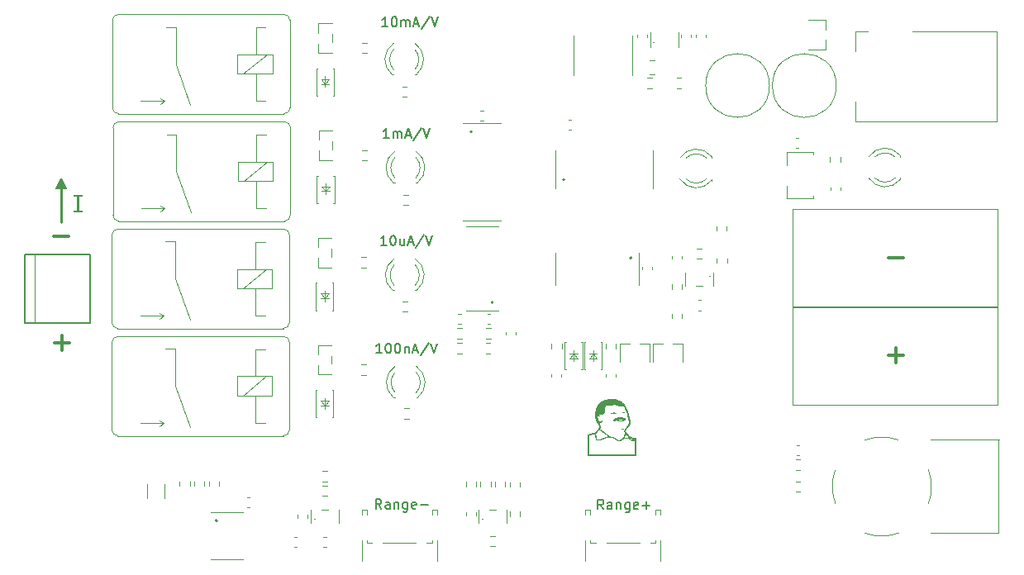
<source format=gbr>
%TF.GenerationSoftware,KiCad,Pcbnew,9.0.4*%
%TF.CreationDate,2025-09-16T16:31:37+02:00*%
%TF.ProjectId,PCB,5043422e-6b69-4636-9164-5f7063625858,rev?*%
%TF.SameCoordinates,Original*%
%TF.FileFunction,Legend,Top*%
%TF.FilePolarity,Positive*%
%FSLAX46Y46*%
G04 Gerber Fmt 4.6, Leading zero omitted, Abs format (unit mm)*
G04 Created by KiCad (PCBNEW 9.0.4) date 2025-09-16 16:31:37*
%MOMM*%
%LPD*%
G01*
G04 APERTURE LIST*
%ADD10C,0.300000*%
%ADD11C,0.150000*%
%ADD12C,0.250000*%
%ADD13C,0.000000*%
%ADD14C,0.120000*%
%ADD15C,0.100000*%
%ADD16C,0.201421*%
%ADD17C,0.127000*%
G04 APERTURE END LIST*
D10*
X211673558Y-90877733D02*
X213197368Y-90877733D01*
X211673558Y-100877733D02*
X213197368Y-100877733D01*
X212435463Y-101639638D02*
X212435463Y-100115828D01*
D11*
X126600000Y-83400000D02*
X126900000Y-82800000D01*
X127400000Y-83700000D02*
X126400000Y-83700000D01*
X126500000Y-83600000D02*
X127300000Y-83600000D01*
X126500000Y-83500000D02*
X127200000Y-83500000D01*
X126800000Y-83000000D02*
X127000000Y-83300000D01*
X126700000Y-83300000D02*
X126800000Y-83300000D01*
D12*
X126900000Y-87200000D02*
X126900000Y-83000000D01*
D11*
X126400000Y-83700000D02*
X126900000Y-82700000D01*
X126900000Y-82700000D02*
X127400000Y-83700000D01*
X126900000Y-82700000D02*
X126400000Y-83700000D01*
X127200000Y-83400000D02*
X126900000Y-83000000D01*
X126800000Y-83000000D02*
X126800000Y-83200000D01*
X126600000Y-83400000D02*
X127100000Y-83400000D01*
D10*
X126223558Y-99577733D02*
X127747368Y-99577733D01*
X126985463Y-100339638D02*
X126985463Y-98815828D01*
X126173558Y-88627733D02*
X127697368Y-88627733D01*
D11*
X160226190Y-89569819D02*
X159654762Y-89569819D01*
X159940476Y-89569819D02*
X159940476Y-88569819D01*
X159940476Y-88569819D02*
X159845238Y-88712676D01*
X159845238Y-88712676D02*
X159750000Y-88807914D01*
X159750000Y-88807914D02*
X159654762Y-88855533D01*
X160845238Y-88569819D02*
X160940476Y-88569819D01*
X160940476Y-88569819D02*
X161035714Y-88617438D01*
X161035714Y-88617438D02*
X161083333Y-88665057D01*
X161083333Y-88665057D02*
X161130952Y-88760295D01*
X161130952Y-88760295D02*
X161178571Y-88950771D01*
X161178571Y-88950771D02*
X161178571Y-89188866D01*
X161178571Y-89188866D02*
X161130952Y-89379342D01*
X161130952Y-89379342D02*
X161083333Y-89474580D01*
X161083333Y-89474580D02*
X161035714Y-89522200D01*
X161035714Y-89522200D02*
X160940476Y-89569819D01*
X160940476Y-89569819D02*
X160845238Y-89569819D01*
X160845238Y-89569819D02*
X160750000Y-89522200D01*
X160750000Y-89522200D02*
X160702381Y-89474580D01*
X160702381Y-89474580D02*
X160654762Y-89379342D01*
X160654762Y-89379342D02*
X160607143Y-89188866D01*
X160607143Y-89188866D02*
X160607143Y-88950771D01*
X160607143Y-88950771D02*
X160654762Y-88760295D01*
X160654762Y-88760295D02*
X160702381Y-88665057D01*
X160702381Y-88665057D02*
X160750000Y-88617438D01*
X160750000Y-88617438D02*
X160845238Y-88569819D01*
X162035714Y-88903152D02*
X162035714Y-89569819D01*
X161607143Y-88903152D02*
X161607143Y-89426961D01*
X161607143Y-89426961D02*
X161654762Y-89522200D01*
X161654762Y-89522200D02*
X161750000Y-89569819D01*
X161750000Y-89569819D02*
X161892857Y-89569819D01*
X161892857Y-89569819D02*
X161988095Y-89522200D01*
X161988095Y-89522200D02*
X162035714Y-89474580D01*
X162464286Y-89284104D02*
X162940476Y-89284104D01*
X162369048Y-89569819D02*
X162702381Y-88569819D01*
X162702381Y-88569819D02*
X163035714Y-89569819D01*
X164083333Y-88522200D02*
X163226191Y-89807914D01*
X164273810Y-88569819D02*
X164607143Y-89569819D01*
X164607143Y-89569819D02*
X164940476Y-88569819D01*
X159749999Y-100619819D02*
X159178571Y-100619819D01*
X159464285Y-100619819D02*
X159464285Y-99619819D01*
X159464285Y-99619819D02*
X159369047Y-99762676D01*
X159369047Y-99762676D02*
X159273809Y-99857914D01*
X159273809Y-99857914D02*
X159178571Y-99905533D01*
X160369047Y-99619819D02*
X160464285Y-99619819D01*
X160464285Y-99619819D02*
X160559523Y-99667438D01*
X160559523Y-99667438D02*
X160607142Y-99715057D01*
X160607142Y-99715057D02*
X160654761Y-99810295D01*
X160654761Y-99810295D02*
X160702380Y-100000771D01*
X160702380Y-100000771D02*
X160702380Y-100238866D01*
X160702380Y-100238866D02*
X160654761Y-100429342D01*
X160654761Y-100429342D02*
X160607142Y-100524580D01*
X160607142Y-100524580D02*
X160559523Y-100572200D01*
X160559523Y-100572200D02*
X160464285Y-100619819D01*
X160464285Y-100619819D02*
X160369047Y-100619819D01*
X160369047Y-100619819D02*
X160273809Y-100572200D01*
X160273809Y-100572200D02*
X160226190Y-100524580D01*
X160226190Y-100524580D02*
X160178571Y-100429342D01*
X160178571Y-100429342D02*
X160130952Y-100238866D01*
X160130952Y-100238866D02*
X160130952Y-100000771D01*
X160130952Y-100000771D02*
X160178571Y-99810295D01*
X160178571Y-99810295D02*
X160226190Y-99715057D01*
X160226190Y-99715057D02*
X160273809Y-99667438D01*
X160273809Y-99667438D02*
X160369047Y-99619819D01*
X161321428Y-99619819D02*
X161416666Y-99619819D01*
X161416666Y-99619819D02*
X161511904Y-99667438D01*
X161511904Y-99667438D02*
X161559523Y-99715057D01*
X161559523Y-99715057D02*
X161607142Y-99810295D01*
X161607142Y-99810295D02*
X161654761Y-100000771D01*
X161654761Y-100000771D02*
X161654761Y-100238866D01*
X161654761Y-100238866D02*
X161607142Y-100429342D01*
X161607142Y-100429342D02*
X161559523Y-100524580D01*
X161559523Y-100524580D02*
X161511904Y-100572200D01*
X161511904Y-100572200D02*
X161416666Y-100619819D01*
X161416666Y-100619819D02*
X161321428Y-100619819D01*
X161321428Y-100619819D02*
X161226190Y-100572200D01*
X161226190Y-100572200D02*
X161178571Y-100524580D01*
X161178571Y-100524580D02*
X161130952Y-100429342D01*
X161130952Y-100429342D02*
X161083333Y-100238866D01*
X161083333Y-100238866D02*
X161083333Y-100000771D01*
X161083333Y-100000771D02*
X161130952Y-99810295D01*
X161130952Y-99810295D02*
X161178571Y-99715057D01*
X161178571Y-99715057D02*
X161226190Y-99667438D01*
X161226190Y-99667438D02*
X161321428Y-99619819D01*
X162083333Y-99953152D02*
X162083333Y-100619819D01*
X162083333Y-100048390D02*
X162130952Y-100000771D01*
X162130952Y-100000771D02*
X162226190Y-99953152D01*
X162226190Y-99953152D02*
X162369047Y-99953152D01*
X162369047Y-99953152D02*
X162464285Y-100000771D01*
X162464285Y-100000771D02*
X162511904Y-100096009D01*
X162511904Y-100096009D02*
X162511904Y-100619819D01*
X162940476Y-100334104D02*
X163416666Y-100334104D01*
X162845238Y-100619819D02*
X163178571Y-99619819D01*
X163178571Y-99619819D02*
X163511904Y-100619819D01*
X164559523Y-99572200D02*
X163702381Y-100857914D01*
X164750000Y-99619819D02*
X165083333Y-100619819D01*
X165083333Y-100619819D02*
X165416666Y-99619819D01*
X160488095Y-78569819D02*
X159916667Y-78569819D01*
X160202381Y-78569819D02*
X160202381Y-77569819D01*
X160202381Y-77569819D02*
X160107143Y-77712676D01*
X160107143Y-77712676D02*
X160011905Y-77807914D01*
X160011905Y-77807914D02*
X159916667Y-77855533D01*
X160916667Y-78569819D02*
X160916667Y-77903152D01*
X160916667Y-77998390D02*
X160964286Y-77950771D01*
X160964286Y-77950771D02*
X161059524Y-77903152D01*
X161059524Y-77903152D02*
X161202381Y-77903152D01*
X161202381Y-77903152D02*
X161297619Y-77950771D01*
X161297619Y-77950771D02*
X161345238Y-78046009D01*
X161345238Y-78046009D02*
X161345238Y-78569819D01*
X161345238Y-78046009D02*
X161392857Y-77950771D01*
X161392857Y-77950771D02*
X161488095Y-77903152D01*
X161488095Y-77903152D02*
X161630952Y-77903152D01*
X161630952Y-77903152D02*
X161726191Y-77950771D01*
X161726191Y-77950771D02*
X161773810Y-78046009D01*
X161773810Y-78046009D02*
X161773810Y-78569819D01*
X162202381Y-78284104D02*
X162678571Y-78284104D01*
X162107143Y-78569819D02*
X162440476Y-77569819D01*
X162440476Y-77569819D02*
X162773809Y-78569819D01*
X163821428Y-77522200D02*
X162964286Y-78807914D01*
X164011905Y-77569819D02*
X164345238Y-78569819D01*
X164345238Y-78569819D02*
X164678571Y-77569819D01*
X182458207Y-116619819D02*
X182124874Y-116143628D01*
X181886779Y-116619819D02*
X181886779Y-115619819D01*
X181886779Y-115619819D02*
X182267731Y-115619819D01*
X182267731Y-115619819D02*
X182362969Y-115667438D01*
X182362969Y-115667438D02*
X182410588Y-115715057D01*
X182410588Y-115715057D02*
X182458207Y-115810295D01*
X182458207Y-115810295D02*
X182458207Y-115953152D01*
X182458207Y-115953152D02*
X182410588Y-116048390D01*
X182410588Y-116048390D02*
X182362969Y-116096009D01*
X182362969Y-116096009D02*
X182267731Y-116143628D01*
X182267731Y-116143628D02*
X181886779Y-116143628D01*
X183315350Y-116619819D02*
X183315350Y-116096009D01*
X183315350Y-116096009D02*
X183267731Y-116000771D01*
X183267731Y-116000771D02*
X183172493Y-115953152D01*
X183172493Y-115953152D02*
X182982017Y-115953152D01*
X182982017Y-115953152D02*
X182886779Y-116000771D01*
X183315350Y-116572200D02*
X183220112Y-116619819D01*
X183220112Y-116619819D02*
X182982017Y-116619819D01*
X182982017Y-116619819D02*
X182886779Y-116572200D01*
X182886779Y-116572200D02*
X182839160Y-116476961D01*
X182839160Y-116476961D02*
X182839160Y-116381723D01*
X182839160Y-116381723D02*
X182886779Y-116286485D01*
X182886779Y-116286485D02*
X182982017Y-116238866D01*
X182982017Y-116238866D02*
X183220112Y-116238866D01*
X183220112Y-116238866D02*
X183315350Y-116191247D01*
X183791541Y-115953152D02*
X183791541Y-116619819D01*
X183791541Y-116048390D02*
X183839160Y-116000771D01*
X183839160Y-116000771D02*
X183934398Y-115953152D01*
X183934398Y-115953152D02*
X184077255Y-115953152D01*
X184077255Y-115953152D02*
X184172493Y-116000771D01*
X184172493Y-116000771D02*
X184220112Y-116096009D01*
X184220112Y-116096009D02*
X184220112Y-116619819D01*
X185124874Y-115953152D02*
X185124874Y-116762676D01*
X185124874Y-116762676D02*
X185077255Y-116857914D01*
X185077255Y-116857914D02*
X185029636Y-116905533D01*
X185029636Y-116905533D02*
X184934398Y-116953152D01*
X184934398Y-116953152D02*
X184791541Y-116953152D01*
X184791541Y-116953152D02*
X184696303Y-116905533D01*
X185124874Y-116572200D02*
X185029636Y-116619819D01*
X185029636Y-116619819D02*
X184839160Y-116619819D01*
X184839160Y-116619819D02*
X184743922Y-116572200D01*
X184743922Y-116572200D02*
X184696303Y-116524580D01*
X184696303Y-116524580D02*
X184648684Y-116429342D01*
X184648684Y-116429342D02*
X184648684Y-116143628D01*
X184648684Y-116143628D02*
X184696303Y-116048390D01*
X184696303Y-116048390D02*
X184743922Y-116000771D01*
X184743922Y-116000771D02*
X184839160Y-115953152D01*
X184839160Y-115953152D02*
X185029636Y-115953152D01*
X185029636Y-115953152D02*
X185124874Y-116000771D01*
X185982017Y-116572200D02*
X185886779Y-116619819D01*
X185886779Y-116619819D02*
X185696303Y-116619819D01*
X185696303Y-116619819D02*
X185601065Y-116572200D01*
X185601065Y-116572200D02*
X185553446Y-116476961D01*
X185553446Y-116476961D02*
X185553446Y-116096009D01*
X185553446Y-116096009D02*
X185601065Y-116000771D01*
X185601065Y-116000771D02*
X185696303Y-115953152D01*
X185696303Y-115953152D02*
X185886779Y-115953152D01*
X185886779Y-115953152D02*
X185982017Y-116000771D01*
X185982017Y-116000771D02*
X186029636Y-116096009D01*
X186029636Y-116096009D02*
X186029636Y-116191247D01*
X186029636Y-116191247D02*
X185553446Y-116286485D01*
X186458208Y-116238866D02*
X187220113Y-116238866D01*
X186839160Y-116619819D02*
X186839160Y-115857914D01*
D12*
G36*
X129130874Y-86194000D02*
G01*
X128176641Y-86194000D01*
X128176641Y-86042764D01*
X128539452Y-86018145D01*
X128539452Y-84569101D01*
X128176641Y-84544481D01*
X128176641Y-84393246D01*
X129130874Y-84393246D01*
X129130874Y-84544481D01*
X128769382Y-84569101D01*
X128769382Y-86018145D01*
X129130874Y-86042764D01*
X129130874Y-86194000D01*
G37*
D11*
X159708207Y-116569819D02*
X159374874Y-116093628D01*
X159136779Y-116569819D02*
X159136779Y-115569819D01*
X159136779Y-115569819D02*
X159517731Y-115569819D01*
X159517731Y-115569819D02*
X159612969Y-115617438D01*
X159612969Y-115617438D02*
X159660588Y-115665057D01*
X159660588Y-115665057D02*
X159708207Y-115760295D01*
X159708207Y-115760295D02*
X159708207Y-115903152D01*
X159708207Y-115903152D02*
X159660588Y-115998390D01*
X159660588Y-115998390D02*
X159612969Y-116046009D01*
X159612969Y-116046009D02*
X159517731Y-116093628D01*
X159517731Y-116093628D02*
X159136779Y-116093628D01*
X160565350Y-116569819D02*
X160565350Y-116046009D01*
X160565350Y-116046009D02*
X160517731Y-115950771D01*
X160517731Y-115950771D02*
X160422493Y-115903152D01*
X160422493Y-115903152D02*
X160232017Y-115903152D01*
X160232017Y-115903152D02*
X160136779Y-115950771D01*
X160565350Y-116522200D02*
X160470112Y-116569819D01*
X160470112Y-116569819D02*
X160232017Y-116569819D01*
X160232017Y-116569819D02*
X160136779Y-116522200D01*
X160136779Y-116522200D02*
X160089160Y-116426961D01*
X160089160Y-116426961D02*
X160089160Y-116331723D01*
X160089160Y-116331723D02*
X160136779Y-116236485D01*
X160136779Y-116236485D02*
X160232017Y-116188866D01*
X160232017Y-116188866D02*
X160470112Y-116188866D01*
X160470112Y-116188866D02*
X160565350Y-116141247D01*
X161041541Y-115903152D02*
X161041541Y-116569819D01*
X161041541Y-115998390D02*
X161089160Y-115950771D01*
X161089160Y-115950771D02*
X161184398Y-115903152D01*
X161184398Y-115903152D02*
X161327255Y-115903152D01*
X161327255Y-115903152D02*
X161422493Y-115950771D01*
X161422493Y-115950771D02*
X161470112Y-116046009D01*
X161470112Y-116046009D02*
X161470112Y-116569819D01*
X162374874Y-115903152D02*
X162374874Y-116712676D01*
X162374874Y-116712676D02*
X162327255Y-116807914D01*
X162327255Y-116807914D02*
X162279636Y-116855533D01*
X162279636Y-116855533D02*
X162184398Y-116903152D01*
X162184398Y-116903152D02*
X162041541Y-116903152D01*
X162041541Y-116903152D02*
X161946303Y-116855533D01*
X162374874Y-116522200D02*
X162279636Y-116569819D01*
X162279636Y-116569819D02*
X162089160Y-116569819D01*
X162089160Y-116569819D02*
X161993922Y-116522200D01*
X161993922Y-116522200D02*
X161946303Y-116474580D01*
X161946303Y-116474580D02*
X161898684Y-116379342D01*
X161898684Y-116379342D02*
X161898684Y-116093628D01*
X161898684Y-116093628D02*
X161946303Y-115998390D01*
X161946303Y-115998390D02*
X161993922Y-115950771D01*
X161993922Y-115950771D02*
X162089160Y-115903152D01*
X162089160Y-115903152D02*
X162279636Y-115903152D01*
X162279636Y-115903152D02*
X162374874Y-115950771D01*
X163232017Y-116522200D02*
X163136779Y-116569819D01*
X163136779Y-116569819D02*
X162946303Y-116569819D01*
X162946303Y-116569819D02*
X162851065Y-116522200D01*
X162851065Y-116522200D02*
X162803446Y-116426961D01*
X162803446Y-116426961D02*
X162803446Y-116046009D01*
X162803446Y-116046009D02*
X162851065Y-115950771D01*
X162851065Y-115950771D02*
X162946303Y-115903152D01*
X162946303Y-115903152D02*
X163136779Y-115903152D01*
X163136779Y-115903152D02*
X163232017Y-115950771D01*
X163232017Y-115950771D02*
X163279636Y-116046009D01*
X163279636Y-116046009D02*
X163279636Y-116141247D01*
X163279636Y-116141247D02*
X162803446Y-116236485D01*
X163708208Y-116188866D02*
X164470113Y-116188866D01*
X160360588Y-67169819D02*
X159789160Y-67169819D01*
X160074874Y-67169819D02*
X160074874Y-66169819D01*
X160074874Y-66169819D02*
X159979636Y-66312676D01*
X159979636Y-66312676D02*
X159884398Y-66407914D01*
X159884398Y-66407914D02*
X159789160Y-66455533D01*
X160979636Y-66169819D02*
X161074874Y-66169819D01*
X161074874Y-66169819D02*
X161170112Y-66217438D01*
X161170112Y-66217438D02*
X161217731Y-66265057D01*
X161217731Y-66265057D02*
X161265350Y-66360295D01*
X161265350Y-66360295D02*
X161312969Y-66550771D01*
X161312969Y-66550771D02*
X161312969Y-66788866D01*
X161312969Y-66788866D02*
X161265350Y-66979342D01*
X161265350Y-66979342D02*
X161217731Y-67074580D01*
X161217731Y-67074580D02*
X161170112Y-67122200D01*
X161170112Y-67122200D02*
X161074874Y-67169819D01*
X161074874Y-67169819D02*
X160979636Y-67169819D01*
X160979636Y-67169819D02*
X160884398Y-67122200D01*
X160884398Y-67122200D02*
X160836779Y-67074580D01*
X160836779Y-67074580D02*
X160789160Y-66979342D01*
X160789160Y-66979342D02*
X160741541Y-66788866D01*
X160741541Y-66788866D02*
X160741541Y-66550771D01*
X160741541Y-66550771D02*
X160789160Y-66360295D01*
X160789160Y-66360295D02*
X160836779Y-66265057D01*
X160836779Y-66265057D02*
X160884398Y-66217438D01*
X160884398Y-66217438D02*
X160979636Y-66169819D01*
X161741541Y-67169819D02*
X161741541Y-66503152D01*
X161741541Y-66598390D02*
X161789160Y-66550771D01*
X161789160Y-66550771D02*
X161884398Y-66503152D01*
X161884398Y-66503152D02*
X162027255Y-66503152D01*
X162027255Y-66503152D02*
X162122493Y-66550771D01*
X162122493Y-66550771D02*
X162170112Y-66646009D01*
X162170112Y-66646009D02*
X162170112Y-67169819D01*
X162170112Y-66646009D02*
X162217731Y-66550771D01*
X162217731Y-66550771D02*
X162312969Y-66503152D01*
X162312969Y-66503152D02*
X162455826Y-66503152D01*
X162455826Y-66503152D02*
X162551065Y-66550771D01*
X162551065Y-66550771D02*
X162598684Y-66646009D01*
X162598684Y-66646009D02*
X162598684Y-67169819D01*
X163027255Y-66884104D02*
X163503445Y-66884104D01*
X162932017Y-67169819D02*
X163265350Y-66169819D01*
X163265350Y-66169819D02*
X163598683Y-67169819D01*
X164646302Y-66122200D02*
X163789160Y-67407914D01*
X164836779Y-66169819D02*
X165170112Y-67169819D01*
X165170112Y-67169819D02*
X165503445Y-66169819D01*
D13*
%TO.C,G\u002A\u002A\u002A*%
G36*
X180110633Y-111173312D02*
G01*
X180108579Y-111182455D01*
X180099120Y-111198953D01*
X180093004Y-111196190D01*
X180092385Y-111189616D01*
X180100898Y-111173722D01*
X180103972Y-111171425D01*
X180110633Y-111173312D01*
G37*
G36*
X183591005Y-105330197D02*
G01*
X183694062Y-105340384D01*
X183790104Y-105357154D01*
X183884509Y-105381468D01*
X183982654Y-105414284D01*
X184089918Y-105456564D01*
X184101061Y-105461227D01*
X184173192Y-105492018D01*
X184229116Y-105517566D01*
X184274460Y-105541158D01*
X184314852Y-105566079D01*
X184355919Y-105595616D01*
X184403291Y-105633055D01*
X184423396Y-105649448D01*
X184502582Y-105717712D01*
X184565392Y-105780856D01*
X184616200Y-105844672D01*
X184659376Y-105914953D01*
X184699293Y-105997492D01*
X184716228Y-106037425D01*
X184736960Y-106084371D01*
X184758859Y-106128528D01*
X184777154Y-106160289D01*
X184794131Y-106187918D01*
X184803617Y-106207506D01*
X184804337Y-106210802D01*
X184809098Y-106225023D01*
X184821861Y-106255065D01*
X184840347Y-106295683D01*
X184851222Y-106318735D01*
X184871762Y-106362849D01*
X184887729Y-106399193D01*
X184896838Y-106422465D01*
X184898108Y-106427572D01*
X184905966Y-106442617D01*
X184921336Y-106459196D01*
X184935097Y-106479700D01*
X184951806Y-106516296D01*
X184968584Y-106562374D01*
X184974427Y-106581156D01*
X184989793Y-106630344D01*
X185004867Y-106673966D01*
X185017108Y-106704810D01*
X185020332Y-106711398D01*
X185030504Y-106736740D01*
X185043982Y-106779813D01*
X185059397Y-106835377D01*
X185075380Y-106898190D01*
X185090564Y-106963012D01*
X185103579Y-107024602D01*
X185107559Y-107045454D01*
X185117245Y-107091301D01*
X185131070Y-107148475D01*
X185146325Y-107205884D01*
X185149022Y-107215413D01*
X185170701Y-107301280D01*
X185189333Y-107394784D01*
X185204386Y-107491109D01*
X185215329Y-107585441D01*
X185221629Y-107672967D01*
X185222756Y-107748872D01*
X185218179Y-107808342D01*
X185215879Y-107821033D01*
X185198603Y-107880029D01*
X185171191Y-107947969D01*
X185136424Y-108019940D01*
X185097081Y-108091026D01*
X185055940Y-108156315D01*
X185015782Y-108210893D01*
X184979387Y-108249846D01*
X184968333Y-108258679D01*
X184945733Y-108280431D01*
X184915432Y-108317132D01*
X184881220Y-108363297D01*
X184846889Y-108413442D01*
X184816229Y-108462083D01*
X184793031Y-108503737D01*
X184782837Y-108527014D01*
X184771154Y-108582846D01*
X184772104Y-108638955D01*
X184784333Y-108689673D01*
X184806487Y-108729329D01*
X184836564Y-108752011D01*
X184881627Y-108777444D01*
X184929578Y-108818043D01*
X184973862Y-108867521D01*
X185004358Y-108912988D01*
X185034453Y-108963363D01*
X185068996Y-109015613D01*
X185105069Y-109065945D01*
X185139755Y-109110567D01*
X185170138Y-109145686D01*
X185193301Y-109167507D01*
X185204193Y-109172865D01*
X185219344Y-109177504D01*
X185249199Y-109189673D01*
X185287332Y-109206750D01*
X185287809Y-109206972D01*
X185403832Y-109252520D01*
X185513883Y-109278797D01*
X185615508Y-109285262D01*
X185636432Y-109283976D01*
X185685496Y-109278878D01*
X185730492Y-109272704D01*
X185761906Y-109266767D01*
X185762551Y-109266603D01*
X185800646Y-109256804D01*
X185800646Y-110228725D01*
X185800646Y-111200646D01*
X183320751Y-111200646D01*
X180840856Y-111200646D01*
X180843308Y-111024827D01*
X181017013Y-111024827D01*
X181067505Y-111026501D01*
X181139312Y-111028555D01*
X181222977Y-111030400D01*
X181315746Y-111032024D01*
X181414866Y-111033413D01*
X181517584Y-111034552D01*
X181621145Y-111035430D01*
X181722797Y-111036033D01*
X181819785Y-111036347D01*
X181909357Y-111036358D01*
X181988757Y-111036054D01*
X182055234Y-111035422D01*
X182106033Y-111034447D01*
X182138400Y-111033116D01*
X182149252Y-111031753D01*
X182166614Y-111029401D01*
X182205562Y-111027808D01*
X182264252Y-111026976D01*
X182340841Y-111026908D01*
X182433485Y-111027604D01*
X182540339Y-111029067D01*
X182659127Y-111031288D01*
X182727782Y-111032473D01*
X182813724Y-111033537D01*
X182915233Y-111034484D01*
X183030588Y-111035315D01*
X183158069Y-111036030D01*
X183295955Y-111036631D01*
X183442527Y-111037120D01*
X183596063Y-111037499D01*
X183754845Y-111037768D01*
X183917150Y-111037929D01*
X184081260Y-111037983D01*
X184245453Y-111037933D01*
X184408010Y-111037779D01*
X184567210Y-111037523D01*
X184721333Y-111037166D01*
X184868658Y-111036710D01*
X185007465Y-111036157D01*
X185136034Y-111035506D01*
X185252644Y-111034762D01*
X185355575Y-111033923D01*
X185443108Y-111032993D01*
X185513520Y-111031972D01*
X185565093Y-111030862D01*
X185596106Y-111029665D01*
X185604552Y-111028807D01*
X185610906Y-111025518D01*
X185615849Y-111017775D01*
X185619579Y-111002884D01*
X185622291Y-110978151D01*
X185624182Y-110940878D01*
X185625449Y-110888373D01*
X185626288Y-110817940D01*
X185626897Y-110726883D01*
X185626922Y-110722139D01*
X185627438Y-110626862D01*
X185627984Y-110526961D01*
X185628524Y-110428724D01*
X185629025Y-110338436D01*
X185629452Y-110262382D01*
X185629615Y-110233641D01*
X185629792Y-110131690D01*
X185629230Y-110028283D01*
X185628008Y-109926144D01*
X185626208Y-109827995D01*
X185623910Y-109736563D01*
X185621193Y-109654569D01*
X185618138Y-109584739D01*
X185614827Y-109529797D01*
X185611338Y-109492466D01*
X185607752Y-109475470D01*
X185607245Y-109474868D01*
X185588420Y-109465024D01*
X185577189Y-109470754D01*
X185572567Y-109494363D01*
X185573567Y-109538154D01*
X185574499Y-109551455D01*
X185575677Y-109608812D01*
X185567946Y-109646849D01*
X185549838Y-109668478D01*
X185519880Y-109676612D01*
X185511162Y-109676880D01*
X185490971Y-109671763D01*
X185456774Y-109658014D01*
X185413227Y-109638040D01*
X185364987Y-109614243D01*
X185316710Y-109589030D01*
X185273053Y-109564805D01*
X185238673Y-109543972D01*
X185218226Y-109528937D01*
X185214582Y-109523717D01*
X185205043Y-109514088D01*
X185196498Y-109512782D01*
X185179221Y-109505198D01*
X185151483Y-109485340D01*
X185120086Y-109458223D01*
X185061758Y-109403665D01*
X184889093Y-109412288D01*
X184779526Y-109417886D01*
X184690988Y-109422772D01*
X184621085Y-109427196D01*
X184567423Y-109431406D01*
X184527608Y-109435652D01*
X184499245Y-109440183D01*
X184479942Y-109445249D01*
X184467303Y-109451099D01*
X184459892Y-109456995D01*
X184431957Y-109481603D01*
X184389897Y-109514659D01*
X184339381Y-109552052D01*
X184286081Y-109589672D01*
X184235666Y-109623408D01*
X184198719Y-109646312D01*
X184157893Y-109668736D01*
X184122425Y-109683185D01*
X184088451Y-109689027D01*
X184052103Y-109685630D01*
X184009517Y-109672362D01*
X183956826Y-109648590D01*
X183890163Y-109613683D01*
X183844009Y-109588327D01*
X183762106Y-109541601D01*
X183698263Y-109501914D01*
X183649046Y-109466949D01*
X183611017Y-109434394D01*
X183601401Y-109424878D01*
X183568475Y-109393245D01*
X183537835Y-109370432D01*
X183504072Y-109354336D01*
X183461777Y-109342856D01*
X183405539Y-109333889D01*
X183350899Y-109327542D01*
X183280658Y-109316772D01*
X183222062Y-109299461D01*
X183176228Y-109278956D01*
X183140593Y-109262173D01*
X183109599Y-109251990D01*
X183078504Y-109248751D01*
X183042565Y-109252799D01*
X182997037Y-109264477D01*
X182937179Y-109284129D01*
X182893770Y-109299408D01*
X182852035Y-109313653D01*
X182797674Y-109331381D01*
X182740532Y-109349399D01*
X182723811Y-109354538D01*
X182670392Y-109370926D01*
X182619152Y-109386800D01*
X182578639Y-109399506D01*
X182568095Y-109402868D01*
X182534596Y-109412726D01*
X182509705Y-109418439D01*
X182504358Y-109419012D01*
X182489309Y-109423778D01*
X182457394Y-109436852D01*
X182412881Y-109456395D01*
X182360035Y-109480569D01*
X182343600Y-109488259D01*
X182282568Y-109516049D01*
X182222108Y-109541992D01*
X182168803Y-109563361D01*
X182129238Y-109577427D01*
X182126026Y-109578406D01*
X182072582Y-109590001D01*
X182009373Y-109597178D01*
X181942820Y-109599911D01*
X181879341Y-109598172D01*
X181825356Y-109591936D01*
X181787286Y-109581176D01*
X181784519Y-109579807D01*
X181749890Y-109551055D01*
X181716690Y-109504858D01*
X181688111Y-109447150D01*
X181667342Y-109383862D01*
X181660460Y-109349195D01*
X181652462Y-109302815D01*
X181640680Y-109243633D01*
X181627132Y-109181558D01*
X181620988Y-109155283D01*
X181608135Y-109099900D01*
X181596744Y-109047604D01*
X181588455Y-109006083D01*
X181585789Y-108990458D01*
X181578696Y-108942846D01*
X181465559Y-108957812D01*
X181411319Y-108965745D01*
X181361252Y-108974398D01*
X181323085Y-108982380D01*
X181311398Y-108985524D01*
X181272714Y-108996108D01*
X181228030Y-109006432D01*
X181217628Y-109008539D01*
X181166943Y-109020637D01*
X181116974Y-109036350D01*
X181072524Y-109053678D01*
X181038397Y-109070625D01*
X181019398Y-109085191D01*
X181017234Y-109091875D01*
X181021472Y-109108027D01*
X181025210Y-109125984D01*
X181028453Y-109147063D01*
X181031207Y-109172581D01*
X181033478Y-109203856D01*
X181035270Y-109242206D01*
X181036590Y-109288948D01*
X181037443Y-109345400D01*
X181037835Y-109412878D01*
X181037771Y-109492702D01*
X181037257Y-109586188D01*
X181036299Y-109694654D01*
X181034901Y-109819417D01*
X181033070Y-109961795D01*
X181030811Y-110123106D01*
X181028129Y-110304666D01*
X181025031Y-110507795D01*
X181023606Y-110599930D01*
X181017013Y-111024827D01*
X180843308Y-111024827D01*
X180848336Y-110664397D01*
X180851564Y-110418012D01*
X180854113Y-110190769D01*
X180855983Y-109983140D01*
X180857172Y-109795596D01*
X180857681Y-109628608D01*
X180857509Y-109482648D01*
X180856656Y-109358186D01*
X180855121Y-109255693D01*
X180852904Y-109175642D01*
X180850005Y-109118502D01*
X180849661Y-109113849D01*
X180839262Y-108978645D01*
X180884859Y-108959079D01*
X180915834Y-108947160D01*
X180961872Y-108931098D01*
X181015563Y-108913429D01*
X181047669Y-108903328D01*
X181112398Y-108882982D01*
X181688128Y-108882982D01*
X181704310Y-108972247D01*
X181716120Y-109031055D01*
X181730715Y-109095049D01*
X181743117Y-109143562D01*
X181756262Y-109198644D01*
X181767330Y-109258020D01*
X181772884Y-109299522D01*
X181785187Y-109366193D01*
X181806925Y-109420797D01*
X181836074Y-109459830D01*
X181870613Y-109479785D01*
X181877659Y-109481136D01*
X181933839Y-109483328D01*
X182001915Y-109478287D01*
X182071833Y-109467010D01*
X182108444Y-109458232D01*
X182144872Y-109446075D01*
X182195455Y-109426377D01*
X182253310Y-109401932D01*
X182307706Y-109377342D01*
X182367754Y-109350280D01*
X182428524Y-109324695D01*
X182482489Y-109303658D01*
X182518689Y-109291252D01*
X182566632Y-109276848D01*
X182626054Y-109259058D01*
X182685964Y-109241174D01*
X182700369Y-109236884D01*
X182765835Y-109217283D01*
X182814130Y-109202496D01*
X182850601Y-109190816D01*
X182880594Y-109180536D01*
X182905595Y-109171400D01*
X182923464Y-109164430D01*
X182931396Y-109157802D01*
X182927432Y-109148057D01*
X182909612Y-109131736D01*
X182875977Y-109105377D01*
X182862188Y-109094747D01*
X182831264Y-109070298D01*
X182803985Y-109047862D01*
X182780089Y-109027852D01*
X182747473Y-109000889D01*
X182729247Y-108985937D01*
X182698874Y-108960668D01*
X182674870Y-108939929D01*
X182666394Y-108932094D01*
X182649116Y-108918388D01*
X182619825Y-108898220D01*
X182600477Y-108885774D01*
X182569761Y-108865720D01*
X182548085Y-108850070D01*
X182542132Y-108844641D01*
X182530380Y-108835238D01*
X182503221Y-108816303D01*
X182465057Y-108790842D01*
X182432093Y-108769425D01*
X182387066Y-108739929D01*
X182348320Y-108713534D01*
X182320881Y-108693722D01*
X182311112Y-108685653D01*
X182293433Y-108671774D01*
X182285636Y-108668851D01*
X182271241Y-108661824D01*
X182253980Y-108648338D01*
X182233709Y-108632368D01*
X182200135Y-108608041D01*
X182159544Y-108579878D01*
X182147329Y-108571621D01*
X182108422Y-108544083D01*
X182077447Y-108519539D01*
X182059438Y-108502076D01*
X182057125Y-108498383D01*
X182047006Y-108498655D01*
X182025187Y-108513331D01*
X181995183Y-108538979D01*
X181960506Y-108572168D01*
X181924670Y-108609467D01*
X181891189Y-108647444D01*
X181863577Y-108682666D01*
X181853888Y-108696883D01*
X181831314Y-108727639D01*
X181798470Y-108766963D01*
X181761893Y-108807080D01*
X181756436Y-108812739D01*
X181688128Y-108882982D01*
X181112398Y-108882982D01*
X181112710Y-108882884D01*
X181184421Y-108859771D01*
X181250456Y-108837985D01*
X181270373Y-108831266D01*
X181326819Y-108813469D01*
X181384665Y-108797524D01*
X181433844Y-108786141D01*
X181446192Y-108783892D01*
X181529138Y-108761051D01*
X181599863Y-108720624D01*
X181661196Y-108660619D01*
X181700997Y-108604383D01*
X181759270Y-108528268D01*
X181827488Y-108461970D01*
X181871536Y-108420530D01*
X181915245Y-108374115D01*
X181954024Y-108328104D01*
X181983284Y-108287873D01*
X181996581Y-108263882D01*
X182008960Y-108221692D01*
X182014636Y-108177566D01*
X182014674Y-108174455D01*
X182011545Y-108131866D01*
X182003431Y-108084539D01*
X181992244Y-108040903D01*
X181979894Y-108009386D01*
X181975784Y-108002946D01*
X181964235Y-107984973D01*
X181946104Y-107953380D01*
X181927660Y-107919390D01*
X181902448Y-107874524D01*
X181870590Y-107821655D01*
X181838856Y-107772006D01*
X181837966Y-107770666D01*
X181800458Y-107707045D01*
X181797873Y-107701845D01*
X182002953Y-107701845D01*
X182008814Y-107707706D01*
X182014674Y-107701845D01*
X182008814Y-107695985D01*
X182002953Y-107701845D01*
X181797873Y-107701845D01*
X181760269Y-107626192D01*
X181719774Y-107533765D01*
X181681353Y-107435423D01*
X181647381Y-107336823D01*
X181626819Y-107268158D01*
X181611466Y-107194701D01*
X181605576Y-107146333D01*
X181875994Y-107146333D01*
X181876298Y-107178601D01*
X181878639Y-107201525D01*
X181887514Y-107252454D01*
X181901247Y-107305403D01*
X181908463Y-107326765D01*
X181924901Y-107373267D01*
X181940274Y-107421547D01*
X181945034Y-107438117D01*
X181959170Y-107473950D01*
X181983683Y-107509442D01*
X182022923Y-107550702D01*
X182029836Y-107557284D01*
X182083927Y-107601628D01*
X182132568Y-107628497D01*
X182173782Y-107637621D01*
X182205595Y-107628732D01*
X182226030Y-107601561D01*
X182230749Y-107584610D01*
X182245990Y-107542069D01*
X182270316Y-107516096D01*
X182299845Y-107508742D01*
X182330697Y-107522060D01*
X182337472Y-107528164D01*
X182350357Y-107549650D01*
X182352166Y-107581701D01*
X182350460Y-107596999D01*
X182337297Y-107656137D01*
X182314897Y-107697736D01*
X182280276Y-107726846D01*
X182270699Y-107732089D01*
X182209242Y-107751459D01*
X182138733Y-107750863D01*
X182078074Y-107737136D01*
X182045009Y-107727222D01*
X182022985Y-107720838D01*
X182017958Y-107719554D01*
X182022254Y-107728090D01*
X182036096Y-107749796D01*
X182044331Y-107762087D01*
X182062132Y-107791224D01*
X182072336Y-107813554D01*
X182073281Y-107818399D01*
X182079208Y-107835092D01*
X182094532Y-107864094D01*
X182110228Y-107890021D01*
X182144205Y-107958149D01*
X182170377Y-108040231D01*
X182186382Y-108127423D01*
X182190292Y-108190083D01*
X182187769Y-108243191D01*
X182177770Y-108286772D01*
X182157131Y-108334339D01*
X182155998Y-108336599D01*
X182137574Y-108373995D01*
X182130478Y-108397326D01*
X182136231Y-108413822D01*
X182156358Y-108430713D01*
X182179081Y-108446146D01*
X182204087Y-108464408D01*
X182218544Y-108476529D01*
X182239084Y-108491861D01*
X182259304Y-108503941D01*
X182277873Y-108515425D01*
X182309440Y-108536424D01*
X182349071Y-108563494D01*
X182391829Y-108593194D01*
X182432779Y-108622080D01*
X182466986Y-108646710D01*
X182489515Y-108663639D01*
X182495246Y-108668532D01*
X182508625Y-108677365D01*
X182534536Y-108691594D01*
X182542414Y-108695643D01*
X182579056Y-108718207D01*
X182615665Y-108746582D01*
X182620897Y-108751319D01*
X182646220Y-108772689D01*
X182665490Y-108784934D01*
X182669614Y-108786063D01*
X182681964Y-108793297D01*
X182709695Y-108813660D01*
X182750289Y-108845140D01*
X182801228Y-108885726D01*
X182859995Y-108933409D01*
X182924070Y-108986178D01*
X182990937Y-109042021D01*
X183005122Y-109053971D01*
X183028774Y-109069462D01*
X183064952Y-109088484D01*
X183093031Y-109101336D01*
X183128406Y-109117350D01*
X183154167Y-109130645D01*
X183163359Y-109137051D01*
X183186500Y-109154813D01*
X183228247Y-109173096D01*
X183283851Y-109190384D01*
X183348563Y-109205162D01*
X183405927Y-109214455D01*
X183493780Y-109230210D01*
X183570279Y-109252313D01*
X183632207Y-109279428D01*
X183676348Y-109310221D01*
X183695792Y-109334819D01*
X183716851Y-109364397D01*
X183737804Y-109383848D01*
X183767830Y-109406081D01*
X183787473Y-109421942D01*
X183810190Y-109437351D01*
X183825020Y-109442455D01*
X183844152Y-109449003D01*
X183861321Y-109459779D01*
X183885153Y-109475311D01*
X183921100Y-109495945D01*
X183963290Y-109518647D01*
X184005852Y-109540379D01*
X184042914Y-109558105D01*
X184068604Y-109568791D01*
X184075566Y-109570559D01*
X184092006Y-109564909D01*
X184122300Y-109549134D01*
X184160870Y-109526224D01*
X184175197Y-109517136D01*
X184214129Y-109491568D01*
X184245015Y-109470436D01*
X184262875Y-109457179D01*
X184265159Y-109454996D01*
X184277298Y-109444580D01*
X184302843Y-109425567D01*
X184329626Y-109406687D01*
X184369581Y-109376835D01*
X184382064Y-109366217D01*
X185207137Y-109366217D01*
X185211258Y-109374551D01*
X185230177Y-109391048D01*
X185261266Y-109413720D01*
X185301893Y-109440582D01*
X185349431Y-109469647D01*
X185372819Y-109483167D01*
X185443147Y-109523072D01*
X185446904Y-109487497D01*
X185447902Y-109460705D01*
X185445030Y-109446291D01*
X185431698Y-109440830D01*
X185401742Y-109431637D01*
X185361301Y-109420581D01*
X185355829Y-109419164D01*
X185312922Y-109407179D01*
X185278249Y-109395763D01*
X185258801Y-109387236D01*
X185258072Y-109386717D01*
X185235178Y-109373871D01*
X185220443Y-109368033D01*
X185207137Y-109366217D01*
X184382064Y-109366217D01*
X184407479Y-109344598D01*
X184438829Y-109314252D01*
X184444001Y-109308095D01*
X184596157Y-109308095D01*
X184607606Y-109312794D01*
X184635445Y-109309190D01*
X184637309Y-109308864D01*
X184664031Y-109305767D01*
X184709015Y-109302273D01*
X184767093Y-109298714D01*
X184833097Y-109295422D01*
X184872336Y-109293789D01*
X185063409Y-109286438D01*
X185021085Y-109243095D01*
X184998099Y-109215888D01*
X184967236Y-109174310D01*
X184932618Y-109124127D01*
X184899958Y-109073656D01*
X184861364Y-109014064D01*
X184830163Y-108971466D01*
X184803131Y-108941958D01*
X184777043Y-108921634D01*
X184771722Y-108918368D01*
X184722288Y-108889174D01*
X184722288Y-108927430D01*
X184718252Y-108955020D01*
X184707372Y-108998679D01*
X184691497Y-109052703D01*
X184672473Y-109111388D01*
X184652145Y-109169030D01*
X184632361Y-109219926D01*
X184615475Y-109257378D01*
X184599360Y-109290990D01*
X184596157Y-109308095D01*
X184444001Y-109308095D01*
X184459136Y-109290076D01*
X184464420Y-109278359D01*
X184471629Y-109262122D01*
X184479112Y-109252821D01*
X184496370Y-109227108D01*
X184516747Y-109185592D01*
X184537335Y-109135126D01*
X184555229Y-109082562D01*
X184562764Y-109055653D01*
X184574101Y-109013922D01*
X184585317Y-108977255D01*
X184590770Y-108961882D01*
X184612431Y-108885960D01*
X184620069Y-108807405D01*
X184612878Y-108735623D01*
X184610860Y-108727457D01*
X184594853Y-108626825D01*
X184601832Y-108530537D01*
X184616170Y-108477271D01*
X184635766Y-108432937D01*
X184666935Y-108376662D01*
X184705864Y-108314195D01*
X184748746Y-108251286D01*
X184791767Y-108193683D01*
X184831119Y-108147134D01*
X184843427Y-108134412D01*
X184903633Y-108066993D01*
X184957555Y-107988000D01*
X185004331Y-107901733D01*
X185025937Y-107855000D01*
X185038051Y-107817464D01*
X185043223Y-107778211D01*
X185044048Y-107731775D01*
X185038705Y-107608651D01*
X185023827Y-107478191D01*
X184998782Y-107336159D01*
X184962937Y-107178324D01*
X184959026Y-107162667D01*
X184942115Y-107094391D01*
X184924394Y-107021109D01*
X184908308Y-106953006D01*
X184899103Y-106912869D01*
X184883124Y-106849501D01*
X184862993Y-106780362D01*
X184842557Y-106718500D01*
X184838621Y-106707746D01*
X184821734Y-106666059D01*
X184796795Y-106608795D01*
X184766307Y-106541308D01*
X184732778Y-106468951D01*
X184698710Y-106397080D01*
X184666610Y-106331047D01*
X184638982Y-106276206D01*
X184620973Y-106242547D01*
X184607465Y-106216712D01*
X184588551Y-106178320D01*
X184570349Y-106139986D01*
X184552414Y-106103501D01*
X184537726Y-106077260D01*
X184529365Y-106066744D01*
X184529210Y-106066728D01*
X184515472Y-106072536D01*
X184491910Y-106086578D01*
X184490896Y-106087240D01*
X184473047Y-106096196D01*
X184448846Y-106102195D01*
X184413740Y-106105758D01*
X184363171Y-106107408D01*
X184312559Y-106107705D01*
X184231556Y-106106306D01*
X184164393Y-106101105D01*
X184104138Y-106090510D01*
X184043854Y-106072927D01*
X183976609Y-106046764D01*
X183901799Y-106013361D01*
X183800757Y-105969234D01*
X183714584Y-105937553D01*
X183639177Y-105917000D01*
X183570430Y-105906255D01*
X183567522Y-105905989D01*
X183530020Y-105904396D01*
X183504935Y-105910254D01*
X183481593Y-105926947D01*
X183471303Y-105936507D01*
X183448298Y-105957490D01*
X183426041Y-105974228D01*
X183401548Y-105987287D01*
X183371836Y-105997232D01*
X183333920Y-106004626D01*
X183284816Y-106010036D01*
X183221540Y-106014025D01*
X183141109Y-106017159D01*
X183040538Y-106020003D01*
X183028564Y-106020311D01*
X182945026Y-106022501D01*
X182869562Y-106024583D01*
X182805225Y-106026463D01*
X182755067Y-106028049D01*
X182722140Y-106029249D01*
X182709497Y-106029970D01*
X182709461Y-106029985D01*
X182699955Y-106043749D01*
X182685606Y-106073439D01*
X182669127Y-106112791D01*
X182653228Y-106155539D01*
X182646833Y-106174691D01*
X182637497Y-106208654D01*
X182630982Y-106245675D01*
X182626829Y-106290799D01*
X182624580Y-106349072D01*
X182623776Y-106425542D01*
X182623769Y-106428684D01*
X182622542Y-106503926D01*
X182619445Y-106574320D01*
X182614841Y-106633991D01*
X182609095Y-106677062D01*
X182608078Y-106682095D01*
X182591585Y-106741187D01*
X182569757Y-106795837D01*
X182545195Y-106841035D01*
X182520500Y-106871768D01*
X182504279Y-106882070D01*
X182480611Y-106892788D01*
X182470714Y-106901162D01*
X182450603Y-106914290D01*
X182410783Y-106925354D01*
X182354930Y-106933918D01*
X182286722Y-106939547D01*
X182209835Y-106941804D01*
X182137748Y-106940649D01*
X182071810Y-106938630D01*
X182028075Y-106938396D01*
X182005370Y-106939997D01*
X182002518Y-106943484D01*
X182008814Y-106946167D01*
X182056853Y-106968884D01*
X182088470Y-107001651D01*
X182094809Y-107012450D01*
X182107491Y-107049679D01*
X182099962Y-107079403D01*
X182090025Y-107091502D01*
X182059669Y-107108357D01*
X182025800Y-107102179D01*
X182002953Y-107086479D01*
X181967535Y-107066436D01*
X181933927Y-107069680D01*
X181901571Y-107096281D01*
X181898868Y-107099612D01*
X181882904Y-107123092D01*
X181875994Y-107146333D01*
X181605576Y-107146333D01*
X181600572Y-107105248D01*
X181594276Y-107006528D01*
X181594020Y-106989917D01*
X181769275Y-106989917D01*
X181769321Y-107014764D01*
X181770509Y-107045757D01*
X181773646Y-107056060D01*
X181779947Y-107048415D01*
X181782234Y-107043866D01*
X181801980Y-107018945D01*
X181822465Y-107003792D01*
X181843225Y-106989306D01*
X181850576Y-106978441D01*
X181860158Y-106967204D01*
X181883713Y-106952936D01*
X181888671Y-106950561D01*
X181926765Y-106932989D01*
X181891601Y-106939639D01*
X181854959Y-106946249D01*
X181814368Y-106953152D01*
X181812482Y-106953460D01*
X181785728Y-106958986D01*
X181773001Y-106968757D01*
X181769275Y-106989917D01*
X181594020Y-106989917D01*
X181592718Y-106905268D01*
X181596038Y-106808198D01*
X181604376Y-106722044D01*
X181614344Y-106667203D01*
X181628710Y-106605250D01*
X181643961Y-106537159D01*
X181657032Y-106476640D01*
X181658188Y-106471112D01*
X181671261Y-106419297D01*
X181687577Y-106369797D01*
X181703843Y-106332467D01*
X181705545Y-106329427D01*
X181722327Y-106296193D01*
X181732231Y-106268216D01*
X181733364Y-106260277D01*
X181738956Y-106235340D01*
X181754152Y-106195044D01*
X181776581Y-106144180D01*
X181803869Y-106087543D01*
X181833647Y-106029924D01*
X181863542Y-105976117D01*
X181891182Y-105930914D01*
X181908688Y-105905956D01*
X181947465Y-105860429D01*
X181994738Y-105811693D01*
X182039280Y-105771161D01*
X182079292Y-105736681D01*
X182116465Y-105702570D01*
X182143600Y-105675467D01*
X182146342Y-105672436D01*
X182172269Y-105648780D01*
X182211228Y-105619670D01*
X182255589Y-105590732D01*
X182263823Y-105585820D01*
X182308212Y-105559351D01*
X182348985Y-105534310D01*
X182378579Y-105515355D01*
X182382622Y-105512614D01*
X182413222Y-105495715D01*
X182455011Y-105477684D01*
X182482252Y-105467946D01*
X182533623Y-105450866D01*
X182589423Y-105431664D01*
X182613712Y-105423063D01*
X182692758Y-105399545D01*
X182790862Y-105378259D01*
X182903697Y-105359784D01*
X183026939Y-105344697D01*
X183156260Y-105333577D01*
X183287335Y-105327001D01*
X183342335Y-105325727D01*
X183475555Y-105325631D01*
X183591005Y-105330197D01*
G37*
G36*
X180444024Y-111077572D02*
G01*
X180438163Y-111083433D01*
X180432302Y-111077572D01*
X180438163Y-111071712D01*
X180444024Y-111077572D01*
G37*
G36*
X184581907Y-108366410D02*
G01*
X184587493Y-108380980D01*
X184587494Y-108381151D01*
X184576185Y-108398123D01*
X184543632Y-108416835D01*
X184491897Y-108436499D01*
X184423044Y-108456327D01*
X184341640Y-108475017D01*
X184295928Y-108482110D01*
X184237928Y-108487597D01*
X184171642Y-108491480D01*
X184101071Y-108493762D01*
X184030218Y-108494446D01*
X183963086Y-108493534D01*
X183903675Y-108491028D01*
X183855987Y-108486933D01*
X183824026Y-108481250D01*
X183811965Y-108474662D01*
X183811146Y-108453479D01*
X183815264Y-108446388D01*
X183829634Y-108443154D01*
X183863777Y-108439841D01*
X183914027Y-108436670D01*
X183976715Y-108433865D01*
X184048175Y-108431646D01*
X184065897Y-108431232D01*
X184149262Y-108429195D01*
X184213717Y-108426878D01*
X184263794Y-108423789D01*
X184304025Y-108419435D01*
X184338942Y-108413323D01*
X184373076Y-108404961D01*
X184410960Y-108393855D01*
X184411675Y-108393636D01*
X184480977Y-108373680D01*
X184530929Y-108362599D01*
X184563812Y-108360229D01*
X184581907Y-108366410D01*
G37*
G36*
X184166916Y-107193378D02*
G01*
X184265965Y-107200081D01*
X184368193Y-107211698D01*
X184468788Y-107227751D01*
X184562938Y-107247762D01*
X184645832Y-107271251D01*
X184672493Y-107280655D01*
X184721860Y-107308767D01*
X184750489Y-107346824D01*
X184757597Y-107392577D01*
X184742400Y-107443778D01*
X184734329Y-107458314D01*
X184717142Y-107481594D01*
X184696529Y-107496246D01*
X184667847Y-107503239D01*
X184626453Y-107503542D01*
X184567703Y-107498124D01*
X184552330Y-107496303D01*
X184483451Y-107489314D01*
X184405947Y-107483709D01*
X184324425Y-107479591D01*
X184243489Y-107477060D01*
X184167746Y-107476218D01*
X184101802Y-107477169D01*
X184050261Y-107480012D01*
X184019012Y-107484514D01*
X183978145Y-107494451D01*
X183927298Y-107506352D01*
X183890078Y-107514809D01*
X183839725Y-107529150D01*
X183781632Y-107550223D01*
X183729633Y-107572884D01*
X183678259Y-107595864D01*
X183636588Y-107608542D01*
X183594753Y-107613517D01*
X183573794Y-107613936D01*
X183530652Y-107612368D01*
X183502636Y-107606096D01*
X183481546Y-107592770D01*
X183473440Y-107585165D01*
X183449473Y-107546241D01*
X183444914Y-107500494D01*
X183458534Y-107452226D01*
X183489105Y-107405739D01*
X183535399Y-107365335D01*
X183536370Y-107364690D01*
X183580596Y-107339884D01*
X183642620Y-107311337D01*
X183717493Y-107280989D01*
X183800268Y-107250781D01*
X183886000Y-107222653D01*
X183936963Y-107207537D01*
X183997604Y-107196627D01*
X184075859Y-107192067D01*
X184166916Y-107193378D01*
G37*
G36*
X184529681Y-107524709D02*
G01*
X184544236Y-107540164D01*
X184544233Y-107561462D01*
X184534988Y-107572763D01*
X184511046Y-107580814D01*
X184468400Y-107588671D01*
X184411788Y-107596013D01*
X184345948Y-107602520D01*
X184275617Y-107607871D01*
X184205533Y-107611745D01*
X184140435Y-107613822D01*
X184085060Y-107613781D01*
X184044146Y-107611301D01*
X184024873Y-107607290D01*
X184008007Y-107603699D01*
X183974877Y-107598831D01*
X183932543Y-107593722D01*
X183931102Y-107593564D01*
X183887695Y-107588010D01*
X183862808Y-107581883D01*
X183851558Y-107573257D01*
X183849054Y-107561190D01*
X183851293Y-107548573D01*
X183861474Y-107541737D01*
X183884789Y-107539201D01*
X183925242Y-107539455D01*
X183972068Y-107541136D01*
X184032007Y-107544167D01*
X184094803Y-107548006D01*
X184119063Y-107549692D01*
X184198148Y-107552828D01*
X184275537Y-107549762D01*
X184362506Y-107539989D01*
X184374794Y-107538244D01*
X184430283Y-107530931D01*
X184478135Y-107525951D01*
X184513105Y-107523763D01*
X184529681Y-107524709D01*
G37*
G36*
X183554686Y-106711574D02*
G01*
X183634992Y-106715618D01*
X183694395Y-106727791D01*
X183734180Y-106748665D01*
X183755635Y-106778810D01*
X183760320Y-106802836D01*
X183751103Y-106816993D01*
X183727372Y-106832061D01*
X183722268Y-106834329D01*
X183696957Y-106840125D01*
X183654966Y-106844536D01*
X183600543Y-106847590D01*
X183537932Y-106849320D01*
X183471382Y-106849755D01*
X183405138Y-106848925D01*
X183343446Y-106846863D01*
X183290553Y-106843597D01*
X183250705Y-106839159D01*
X183228149Y-106833578D01*
X183224791Y-106830753D01*
X183223028Y-106817887D01*
X183230565Y-106805915D01*
X183250528Y-106792879D01*
X183286042Y-106776821D01*
X183340232Y-106755783D01*
X183350691Y-106751881D01*
X183408939Y-106731524D01*
X183455346Y-106719257D01*
X183499301Y-106713225D01*
X183550192Y-106711573D01*
X183554686Y-106711574D01*
G37*
G36*
X184615753Y-106695545D02*
G01*
X184676974Y-106708960D01*
X184726125Y-106726843D01*
X184765813Y-106746907D01*
X184786207Y-106763145D01*
X184790556Y-106778168D01*
X184790487Y-106778551D01*
X184781049Y-106792767D01*
X184756281Y-106800478D01*
X184733468Y-106802778D01*
X184700145Y-106803459D01*
X184677671Y-106801146D01*
X184673442Y-106799299D01*
X184659777Y-106796153D01*
X184627235Y-106792417D01*
X184580357Y-106788514D01*
X184523687Y-106784864D01*
X184509780Y-106784107D01*
X184446475Y-106780547D01*
X184402930Y-106777203D01*
X184375482Y-106773335D01*
X184360466Y-106768205D01*
X184354220Y-106761074D01*
X184353068Y-106752515D01*
X184363798Y-106728073D01*
X184393239Y-106709232D01*
X184437275Y-106696275D01*
X184491785Y-106689486D01*
X184552651Y-106689148D01*
X184615753Y-106695545D01*
G37*
D14*
%TO.C,C409*%
X185925000Y-68243080D02*
X185925000Y-67961920D01*
X186945000Y-68243080D02*
X186945000Y-67961920D01*
%TO.C,C206*%
X170140580Y-75742500D02*
X169859420Y-75742500D01*
X170140580Y-76762500D02*
X169859420Y-76762500D01*
%TO.C,C411*%
X150784420Y-119440000D02*
X151065580Y-119440000D01*
X150784420Y-120460000D02*
X151065580Y-120460000D01*
%TO.C,U402*%
X187235000Y-68502500D02*
X187235000Y-67752500D01*
X187235000Y-68502500D02*
X187235000Y-69252500D01*
X190135000Y-68552500D02*
X190135000Y-67752500D01*
X190135000Y-68552500D02*
X190135000Y-69252500D01*
X187695000Y-68802500D02*
G75*
G02*
X187575000Y-68802500I-60000J0D01*
G01*
X187575000Y-68802500D02*
G75*
G02*
X187695000Y-68802500I60000J0D01*
G01*
%TO.C,D104*%
X153000000Y-104430000D02*
X153000000Y-107230000D01*
X153000000Y-107230000D02*
X153100000Y-107230000D01*
X153100000Y-104430000D02*
X153000000Y-104430000D01*
D15*
X153500000Y-105530000D02*
X153900000Y-106030000D01*
X153900000Y-105230000D02*
X153900000Y-106330000D01*
X153900000Y-106030000D02*
X154300000Y-105530000D01*
X154300000Y-105530000D02*
X153500000Y-105530000D01*
X154300000Y-106030000D02*
X153500000Y-106030000D01*
D14*
X154800000Y-104430000D02*
X154700000Y-104430000D01*
X154800000Y-107230000D02*
X154700000Y-107230000D01*
X154800000Y-107230000D02*
X154800000Y-104430000D01*
%TO.C,R401*%
X205677500Y-80562742D02*
X205677500Y-81037258D01*
X206722500Y-80562742D02*
X206722500Y-81037258D01*
%TO.C,R208*%
X161986170Y-84407500D02*
X162460686Y-84407500D01*
X161986170Y-85452500D02*
X162460686Y-85452500D01*
%TO.C,C302*%
X177140000Y-102784420D02*
X177140000Y-103065580D01*
X178160000Y-102784420D02*
X178160000Y-103065580D01*
%TO.C,U101*%
X142234000Y-116957500D02*
X145536000Y-116957500D01*
X142234000Y-121747500D02*
X145536000Y-121747500D01*
D16*
X142918710Y-117792500D02*
G75*
G02*
X142717290Y-117792500I-100710J0D01*
G01*
X142717290Y-117792500D02*
G75*
G02*
X142918710Y-117792500I100710J0D01*
G01*
D14*
%TO.C,U401*%
X201265000Y-80045000D02*
X203985000Y-80045000D01*
X201265000Y-81355000D02*
X201265000Y-80045000D01*
X201265000Y-84765000D02*
X201265000Y-83455000D01*
X203985000Y-80045000D02*
X203985000Y-80275000D01*
X203985000Y-84765000D02*
X201265000Y-84765000D01*
X203985000Y-84765000D02*
X203985000Y-84535000D01*
D15*
%TO.C,J104*%
X215985962Y-109502328D02*
X222985962Y-109502328D01*
X215985962Y-119057673D02*
X222945962Y-119067423D01*
X222945962Y-109592328D02*
X222945962Y-118992328D01*
X206226153Y-116051457D02*
G75*
G02*
X206202628Y-112616684I4750008J1750000D01*
G01*
X209235962Y-109542328D02*
G75*
G02*
X212670735Y-109518803I1750000J-4750000D01*
G01*
X212705527Y-119057673D02*
G75*
G02*
X209270754Y-119081198I-1750000J4750008D01*
G01*
X215741498Y-112581892D02*
G75*
G02*
X215765023Y-116016665I-4750008J-1750000D01*
G01*
D14*
%TO.C,Q102*%
X153300000Y-77830914D02*
X153300000Y-78780914D01*
X153300000Y-80830914D02*
X153300000Y-79880914D01*
X154000000Y-80830914D02*
X153300000Y-80830914D01*
X154000000Y-80830914D02*
X154700000Y-80830914D01*
X154050000Y-77830914D02*
X153300000Y-77830914D01*
X154050000Y-77830914D02*
X154700000Y-77830914D01*
X154700000Y-78930914D02*
X154700000Y-79730914D01*
%TO.C,R404*%
X190422258Y-72430000D02*
X189947742Y-72430000D01*
X190422258Y-73475000D02*
X189947742Y-73475000D01*
%TO.C,U203*%
X171651000Y-87652500D02*
X168349000Y-87652500D01*
X171651000Y-96252500D02*
X168349000Y-96252500D01*
D16*
X171167710Y-95417500D02*
G75*
G02*
X170966290Y-95417500I-100710J0D01*
G01*
X170966290Y-95417500D02*
G75*
G02*
X171167710Y-95417500I100710J0D01*
G01*
D14*
%TO.C,R311*%
X189457500Y-93562742D02*
X189457500Y-94037258D01*
X190502500Y-93562742D02*
X190502500Y-94037258D01*
%TO.C,R313*%
X194027500Y-88087258D02*
X194027500Y-87612742D01*
X195072500Y-88087258D02*
X195072500Y-87612742D01*
%TO.C,U302*%
X190830000Y-93020000D02*
X190830000Y-92370000D01*
X190830000Y-93020000D02*
X190830000Y-93770000D01*
X192630000Y-93770000D02*
X191930000Y-93770000D01*
X193730000Y-93070000D02*
X193730000Y-92370000D01*
X193730000Y-93070000D02*
X193730000Y-93770000D01*
X193390000Y-92770000D02*
G75*
G02*
X193270000Y-92770000I-60000J0D01*
G01*
X193270000Y-92770000D02*
G75*
G02*
X193390000Y-92770000I60000J0D01*
G01*
%TO.C,Q103*%
X153200000Y-88830000D02*
X153200000Y-89780000D01*
X153200000Y-91830000D02*
X153200000Y-90880000D01*
X153900000Y-91830000D02*
X153200000Y-91830000D01*
X153900000Y-91830000D02*
X154600000Y-91830000D01*
X153950000Y-88830000D02*
X153200000Y-88830000D01*
X153950000Y-88830000D02*
X154600000Y-88830000D01*
X154600000Y-89930000D02*
X154600000Y-90730000D01*
%TO.C,C202*%
X170840580Y-96602500D02*
X170559420Y-96602500D01*
X170840580Y-97622500D02*
X170559420Y-97622500D01*
D15*
%TO.C,L401*%
X179435000Y-68102500D02*
X179435000Y-72102500D01*
X185435000Y-68102500D02*
X185435000Y-72102500D01*
%TO.C,U104*%
X132098482Y-97468861D02*
X132100000Y-88529940D01*
X135000000Y-96800000D02*
X137400000Y-96800000D01*
X137400000Y-96800000D02*
X137000000Y-96500000D01*
X137400000Y-96800000D02*
X137000000Y-97100000D01*
X137600000Y-89200000D02*
X138600000Y-89200000D01*
X138600000Y-89200000D02*
X138600000Y-93000000D01*
X138600000Y-93000000D02*
X140100000Y-97200000D01*
X145500000Y-94000000D02*
X147900000Y-92000000D01*
X146800000Y-89250000D02*
X146800000Y-92000000D01*
X146800000Y-96800000D02*
X146800000Y-94000000D01*
X147800000Y-89250000D02*
X146800000Y-89250000D01*
X147800000Y-96800000D02*
X146800000Y-96800000D01*
X149668374Y-87898173D02*
X132733088Y-87899934D01*
X149668375Y-98100000D02*
X132668375Y-98100000D01*
X150298375Y-97470000D02*
X150298375Y-88500000D01*
X148500000Y-94000000D02*
X144900000Y-94000000D01*
X144900000Y-92000000D01*
X148500000Y-92000000D01*
X148500000Y-94000000D01*
X132100000Y-88529934D02*
G75*
G02*
X132730000Y-87899930I630000J4D01*
G01*
X132728482Y-98098861D02*
G75*
G02*
X132098539Y-97468861I18J629961D01*
G01*
X149668375Y-87898173D02*
G75*
G02*
X150298375Y-88528173I-1J-630001D01*
G01*
X150298375Y-97470000D02*
G75*
G02*
X149668375Y-98100000I-630001J1D01*
G01*
D14*
%TO.C,C408*%
X151115000Y-117209420D02*
X151115000Y-117490580D01*
X152135000Y-117209420D02*
X152135000Y-117490580D01*
D15*
%TO.C,U105*%
X132098482Y-108468861D02*
X132100000Y-99529940D01*
X135000000Y-107800000D02*
X137400000Y-107800000D01*
X137400000Y-107800000D02*
X137000000Y-107500000D01*
X137400000Y-107800000D02*
X137000000Y-108100000D01*
X137600000Y-100200000D02*
X138600000Y-100200000D01*
X138600000Y-100200000D02*
X138600000Y-104000000D01*
X138600000Y-104000000D02*
X140100000Y-108200000D01*
X145500000Y-105000000D02*
X147900000Y-103000000D01*
X146800000Y-100250000D02*
X146800000Y-103000000D01*
X146800000Y-107800000D02*
X146800000Y-105000000D01*
X147800000Y-100250000D02*
X146800000Y-100250000D01*
X147800000Y-107800000D02*
X146800000Y-107800000D01*
X149668374Y-98898173D02*
X132733088Y-98899934D01*
X149668375Y-109100000D02*
X132668375Y-109100000D01*
X150298375Y-108470000D02*
X150298375Y-99500000D01*
X148500000Y-105000000D02*
X144900000Y-105000000D01*
X144900000Y-103000000D01*
X148500000Y-103000000D01*
X148500000Y-105000000D01*
X132100000Y-99529934D02*
G75*
G02*
X132730000Y-98899930I630000J4D01*
G01*
X132728482Y-109098861D02*
G75*
G02*
X132098539Y-108468861I18J629961D01*
G01*
X149668375Y-98898173D02*
G75*
G02*
X150298375Y-99528173I-1J-630001D01*
G01*
X150298375Y-108470000D02*
G75*
G02*
X149668375Y-109100000I-630001J1D01*
G01*
D14*
%TO.C,C406*%
X191925000Y-67961920D02*
X191925000Y-68243080D01*
X192945000Y-67961920D02*
X192945000Y-68243080D01*
%TO.C,C201*%
X186450000Y-92068080D02*
X186450000Y-91786920D01*
X187470000Y-92068080D02*
X187470000Y-91786920D01*
%TO.C,U404*%
X152475000Y-117350000D02*
X152475000Y-116650000D01*
X152475000Y-117350000D02*
X152475000Y-118050000D01*
X153575000Y-116650000D02*
X154275000Y-116650000D01*
X155375000Y-117400000D02*
X155375000Y-116650000D01*
X155375000Y-117400000D02*
X155375000Y-118050000D01*
X152935000Y-117650000D02*
G75*
G02*
X152815000Y-117650000I-60000J0D01*
G01*
X152815000Y-117650000D02*
G75*
G02*
X152935000Y-117650000I60000J0D01*
G01*
%TO.C,R101*%
X158188830Y-68808414D02*
X157714314Y-68808414D01*
X158188830Y-69853414D02*
X157714314Y-69853414D01*
%TO.C,J103*%
D15*
X201850000Y-85850000D02*
X222850000Y-85850000D01*
X222850000Y-95850000D01*
X201850000Y-95850000D01*
X201850000Y-85850000D01*
D14*
%TO.C,C410*%
X187696252Y-70617500D02*
X187173748Y-70617500D01*
X187696252Y-72087500D02*
X187173748Y-72087500D01*
%TO.C,C405*%
X199470000Y-73200000D02*
G75*
G02*
X192930000Y-73200000I-3270000J0D01*
G01*
X192930000Y-73200000D02*
G75*
G02*
X199470000Y-73200000I3270000J0D01*
G01*
%TO.C,R102*%
X158237258Y-79808414D02*
X157762742Y-79808414D01*
X158237258Y-80853414D02*
X157762742Y-80853414D01*
%TO.C,U201*%
X177500000Y-83702500D02*
X177500000Y-79802500D01*
X187500000Y-83702500D02*
X187500000Y-79802500D01*
D16*
X178500710Y-82852500D02*
G75*
G02*
X178299290Y-82852500I-100710J0D01*
G01*
X178299290Y-82852500D02*
G75*
G02*
X178500710Y-82852500I100710J0D01*
G01*
D14*
%TO.C,C403*%
X205690000Y-83915580D02*
X205690000Y-83634420D01*
X206710000Y-83915580D02*
X206710000Y-83634420D01*
%TO.C,C305*%
X192420580Y-95210000D02*
X192139420Y-95210000D01*
X192420580Y-96230000D02*
X192139420Y-96230000D01*
%TO.C,R110*%
X202162742Y-111527500D02*
X202637258Y-111527500D01*
X202162742Y-112572500D02*
X202637258Y-112572500D01*
D15*
%TO.C,U103*%
X132198482Y-86469775D02*
X132200000Y-77530854D01*
X135100000Y-85800914D02*
X137500000Y-85800914D01*
X137500000Y-85800914D02*
X137100000Y-85500914D01*
X137500000Y-85800914D02*
X137100000Y-86100914D01*
X137700000Y-78200914D02*
X138700000Y-78200914D01*
X138700000Y-78200914D02*
X138700000Y-82000914D01*
X138700000Y-82000914D02*
X140200000Y-86200914D01*
X145600000Y-83000914D02*
X148000000Y-81000914D01*
X146900000Y-78250914D02*
X146900000Y-81000914D01*
X146900000Y-85800914D02*
X146900000Y-83000914D01*
X147900000Y-78250914D02*
X146900000Y-78250914D01*
X147900000Y-85800914D02*
X146900000Y-85800914D01*
X149768374Y-76899087D02*
X132833088Y-76900848D01*
X149768375Y-87100914D02*
X132768375Y-87100914D01*
X150398375Y-86470914D02*
X150398375Y-77500914D01*
X148600000Y-83000914D02*
X145000000Y-83000914D01*
X145000000Y-81000914D01*
X148600000Y-81000914D01*
X148600000Y-83000914D01*
X132200000Y-77530848D02*
G75*
G02*
X132830000Y-76900844I630000J4D01*
G01*
X132828482Y-87099775D02*
G75*
G02*
X132198539Y-86469775I18J629961D01*
G01*
X149768375Y-76899087D02*
G75*
G02*
X150398375Y-77529087I-1J-630001D01*
G01*
X150398375Y-86470914D02*
G75*
G02*
X149768375Y-87100914I-630001J1D01*
G01*
D14*
%TO.C,R107*%
X139027500Y-113762742D02*
X139027500Y-114237258D01*
X140072500Y-113762742D02*
X140072500Y-114237258D01*
%TO.C,U106*%
X177500000Y-90301500D02*
X177500000Y-93603500D01*
X186100000Y-90301500D02*
X186100000Y-93603500D01*
D16*
X185365710Y-90885500D02*
G75*
G02*
X185164290Y-90885500I-100710J0D01*
G01*
X185164290Y-90885500D02*
G75*
G02*
X185365710Y-90885500I100710J0D01*
G01*
D14*
%TO.C,U301*%
X169675000Y-117350000D02*
X169675000Y-116650000D01*
X169675000Y-117350000D02*
X169675000Y-118050000D01*
X170775000Y-116650000D02*
X171475000Y-116650000D01*
X172575000Y-117400000D02*
X172575000Y-116650000D01*
X172575000Y-117400000D02*
X172575000Y-118050000D01*
X170135000Y-117650000D02*
G75*
G02*
X170015000Y-117650000I-60000J0D01*
G01*
X170015000Y-117650000D02*
G75*
G02*
X170135000Y-117650000I60000J0D01*
G01*
%TO.C,Q101*%
X153251572Y-66830914D02*
X153251572Y-67780914D01*
X153251572Y-69830914D02*
X153251572Y-68880914D01*
X153951572Y-69830914D02*
X153251572Y-69830914D01*
X153951572Y-69830914D02*
X154651572Y-69830914D01*
X154001572Y-66830914D02*
X153251572Y-66830914D01*
X154001572Y-66830914D02*
X154651572Y-66830914D01*
X154651572Y-67930914D02*
X154651572Y-68730914D01*
%TO.C,R201*%
X167462742Y-98090000D02*
X167937258Y-98090000D01*
X167462742Y-99135000D02*
X167937258Y-99135000D01*
%TO.C,R106*%
X140527500Y-113762742D02*
X140527500Y-114237258D01*
X141572500Y-113762742D02*
X141572500Y-114237258D01*
%TO.C,C205*%
X178859420Y-76742500D02*
X179140580Y-76742500D01*
X178859420Y-77762500D02*
X179140580Y-77762500D01*
%TO.C,R202*%
X167462742Y-99590000D02*
X167937258Y-99590000D01*
X167462742Y-100635000D02*
X167937258Y-100635000D01*
%TO.C,R209*%
X161837742Y-73307500D02*
X162312258Y-73307500D01*
X161837742Y-74352500D02*
X162312258Y-74352500D01*
%TO.C,R310*%
X192042742Y-89897500D02*
X192517258Y-89897500D01*
X192042742Y-90942500D02*
X192517258Y-90942500D01*
%TO.C,C401*%
X202440580Y-78590000D02*
X202159420Y-78590000D01*
X202440580Y-79610000D02*
X202159420Y-79610000D01*
%TO.C,C204*%
X167584420Y-96602500D02*
X167865580Y-96602500D01*
X167584420Y-97622500D02*
X167865580Y-97622500D01*
%TO.C,R306*%
X171352500Y-114312258D02*
X171352500Y-113837742D01*
X172397500Y-114312258D02*
X172397500Y-113837742D01*
%TO.C,C304*%
X189470000Y-90940580D02*
X189470000Y-90659420D01*
X190490000Y-90940580D02*
X190490000Y-90659420D01*
%TO.C,R204*%
X170412742Y-99590000D02*
X170887258Y-99590000D01*
X170412742Y-100635000D02*
X170887258Y-100635000D01*
%TO.C,SW101*%
X180590000Y-117200000D02*
X180590000Y-116690000D01*
X180590000Y-121900000D02*
X180590000Y-119800000D01*
X181110000Y-116690000D02*
X180590000Y-116690000D01*
X181110000Y-117200000D02*
X181110000Y-116690000D01*
X181110000Y-120030000D02*
X181110000Y-119800000D01*
X181650000Y-120030000D02*
X181110000Y-120030000D01*
X186150000Y-120030000D02*
X182750000Y-120030000D01*
X187790000Y-117200000D02*
X187790000Y-116690000D01*
X187790000Y-120030000D02*
X187250000Y-120030000D01*
X187790000Y-120030000D02*
X187790000Y-119800000D01*
X188310000Y-116690000D02*
X187790000Y-116690000D01*
X188310000Y-117200000D02*
X188310000Y-116690000D01*
X188310000Y-121900000D02*
X188310000Y-119800000D01*
%TO.C,R308*%
X182677500Y-99662742D02*
X182677500Y-100137258D01*
X183722500Y-99662742D02*
X183722500Y-100137258D01*
%TO.C,D201*%
X160962428Y-105189086D02*
X161118428Y-105189086D01*
X163278428Y-105189086D02*
X163434428Y-105189086D01*
X160962912Y-105189086D02*
G75*
G02*
X161118428Y-101957649I1235516J1560000D01*
G01*
X161118428Y-104670047D02*
G75*
G02*
X161118428Y-102588125I1080000J1040961D01*
G01*
X163278428Y-101957649D02*
G75*
G02*
X163433944Y-105189086I-1080000J-1671437D01*
G01*
X163278428Y-102588125D02*
G75*
G02*
X163278428Y-104670047I-1080000J-1040961D01*
G01*
%TO.C,R203*%
X170462742Y-98090000D02*
X170937258Y-98090000D01*
X170462742Y-99135000D02*
X170937258Y-99135000D01*
%TO.C,R304*%
X172864406Y-114337927D02*
X172864406Y-113863411D01*
X173909406Y-114337927D02*
X173909406Y-113863411D01*
%TO.C,R108*%
X135673428Y-114050436D02*
X135673428Y-115504564D01*
X137493428Y-114050436D02*
X137493428Y-115504564D01*
%TO.C,C301*%
X168365000Y-116959420D02*
X168365000Y-117240580D01*
X169385000Y-116959420D02*
X169385000Y-117240580D01*
%TO.C,C412*%
X153784420Y-119440000D02*
X154065580Y-119440000D01*
X153784420Y-120460000D02*
X154065580Y-120460000D01*
%TO.C,D302*%
X180500000Y-99475000D02*
X180500000Y-102275000D01*
X180500000Y-99475000D02*
X180600000Y-99475000D01*
X180500000Y-102275000D02*
X180600000Y-102275000D01*
D15*
X181000000Y-100675000D02*
X181800000Y-100675000D01*
X181000000Y-101175000D02*
X181800000Y-101175000D01*
X181400000Y-100675000D02*
X181000000Y-101175000D01*
X181400000Y-101475000D02*
X181400000Y-100375000D01*
X181800000Y-101175000D02*
X181400000Y-100675000D01*
D14*
X182200000Y-102275000D02*
X182300000Y-102275000D01*
X182300000Y-99475000D02*
X182200000Y-99475000D01*
X182300000Y-102275000D02*
X182300000Y-99475000D01*
%TO.C,U202*%
X168050000Y-77052500D02*
X171950000Y-77052500D01*
X168050000Y-87052500D02*
X171950000Y-87052500D01*
D16*
X169000710Y-77952500D02*
G75*
G02*
X168799290Y-77952500I-100710J0D01*
G01*
X168799290Y-77952500D02*
G75*
G02*
X169000710Y-77952500I100710J0D01*
G01*
D14*
%TO.C,R105*%
X142025928Y-113762742D02*
X142025928Y-114237258D01*
X143070928Y-113762742D02*
X143070928Y-114237258D01*
%TO.C,R305*%
X169852500Y-114312258D02*
X169852500Y-113837742D01*
X170897500Y-114312258D02*
X170897500Y-113837742D01*
%TO.C,D401*%
X212860000Y-80520000D02*
X212860000Y-80364000D01*
X212860000Y-82836000D02*
X212860000Y-82680000D01*
X209628563Y-80520000D02*
G75*
G02*
X212860000Y-80364484I1671437J-1080000D01*
G01*
X210259039Y-80520000D02*
G75*
G02*
X212340961Y-80520000I1040961J-1080000D01*
G01*
X212340961Y-82680000D02*
G75*
G02*
X210259039Y-82680000I-1040961J1080000D01*
G01*
X212860000Y-82835516D02*
G75*
G02*
X209628563Y-82680000I-1560000J1235516D01*
G01*
%TO.C,C102*%
X146225580Y-115442500D02*
X145944420Y-115442500D01*
X146225580Y-116462500D02*
X145944420Y-116462500D01*
D15*
%TO.C,U102*%
X132150054Y-75469775D02*
X132151572Y-66530854D01*
X135051572Y-74800914D02*
X137451572Y-74800914D01*
X137451572Y-74800914D02*
X137051572Y-74500914D01*
X137451572Y-74800914D02*
X137051572Y-75100914D01*
X137651572Y-67200914D02*
X138651572Y-67200914D01*
X138651572Y-67200914D02*
X138651572Y-71000914D01*
X138651572Y-71000914D02*
X140151572Y-75200914D01*
X145551572Y-72000914D02*
X147951572Y-70000914D01*
X146851572Y-67250914D02*
X146851572Y-70000914D01*
X146851572Y-74800914D02*
X146851572Y-72000914D01*
X147851572Y-67250914D02*
X146851572Y-67250914D01*
X147851572Y-74800914D02*
X146851572Y-74800914D01*
X149719946Y-65899087D02*
X132784660Y-65900848D01*
X149719947Y-76100914D02*
X132719947Y-76100914D01*
X150349947Y-75470914D02*
X150349947Y-66500914D01*
X148551572Y-72000914D02*
X144951572Y-72000914D01*
X144951572Y-70000914D01*
X148551572Y-70000914D01*
X148551572Y-72000914D01*
X132151572Y-66530848D02*
G75*
G02*
X132781572Y-65900844I630000J4D01*
G01*
X132780054Y-76099775D02*
G75*
G02*
X132150111Y-75469775I18J629961D01*
G01*
X149719947Y-65899087D02*
G75*
G02*
X150349947Y-66529087I-1J-630001D01*
G01*
X150349947Y-75470914D02*
G75*
G02*
X149719947Y-76100914I-630001J1D01*
G01*
D14*
%TO.C,Q301*%
X187540000Y-99695000D02*
X187550000Y-101525000D01*
X187550000Y-99675000D02*
X188550000Y-99675000D01*
X189550000Y-99675000D02*
X190600000Y-99675000D01*
X190600000Y-99675000D02*
X190600000Y-101525000D01*
%TO.C,R307*%
X177127500Y-99687742D02*
X177127500Y-100162258D01*
X178172500Y-99687742D02*
X178172500Y-100162258D01*
%TO.C,R206*%
X162062742Y-106277500D02*
X162537258Y-106277500D01*
X162062742Y-107322500D02*
X162537258Y-107322500D01*
%TO.C,D303*%
X193530000Y-80620000D02*
X193530000Y-80464000D01*
X193530000Y-82936000D02*
X193530000Y-82780000D01*
X190298563Y-80620000D02*
G75*
G02*
X193530000Y-80464484I1671437J-1080000D01*
G01*
X190929039Y-80620000D02*
G75*
G02*
X193010961Y-80620000I1040961J-1080000D01*
G01*
X193010961Y-82780000D02*
G75*
G02*
X190929039Y-82780000I-1040961J1080000D01*
G01*
X193530000Y-82935516D02*
G75*
G02*
X190298563Y-82780000I-1560000J1235516D01*
G01*
D17*
%TO.C,J101*%
X123200000Y-90500000D02*
X129900000Y-90500000D01*
X123200000Y-97500000D02*
X123200000Y-90500000D01*
X123200000Y-97500000D02*
X129900000Y-97500000D01*
D14*
X124200000Y-97500000D02*
X124200000Y-90500000D01*
D17*
X129900000Y-97500000D02*
X129900000Y-90500000D01*
D14*
%TO.C,D203*%
X160932428Y-83175000D02*
X161088428Y-83175000D01*
X163248428Y-83175000D02*
X163404428Y-83175000D01*
X160932912Y-83175000D02*
G75*
G02*
X161088428Y-79943563I1235516J1560000D01*
G01*
X161088428Y-82655961D02*
G75*
G02*
X161088428Y-80574039I1080000J1040961D01*
G01*
X163248428Y-79943563D02*
G75*
G02*
X163403944Y-83175000I-1080000J-1671437D01*
G01*
X163248428Y-80574039D02*
G75*
G02*
X163248428Y-82655961I-1080000J-1040961D01*
G01*
%TO.C,R207*%
X161886170Y-95306586D02*
X162360686Y-95306586D01*
X161886170Y-96351586D02*
X162360686Y-96351586D01*
%TO.C,Q401*%
X205240000Y-66490000D02*
X203410000Y-66500000D01*
X205260000Y-66500000D02*
X205260000Y-67500000D01*
X205260000Y-68500000D02*
X205260000Y-69550000D01*
X205260000Y-69550000D02*
X203410000Y-69550000D01*
%TO.C,R312*%
X194077500Y-91387258D02*
X194077500Y-90912742D01*
X195122500Y-91387258D02*
X195122500Y-90912742D01*
%TO.C,C402*%
X206305000Y-73202500D02*
G75*
G02*
X199765000Y-73202500I-3270000J0D01*
G01*
X199765000Y-73202500D02*
G75*
G02*
X206305000Y-73202500I3270000J0D01*
G01*
%TO.C,J401*%
X208235000Y-67650000D02*
X209535000Y-67650000D01*
X208235000Y-69650000D02*
X208235000Y-67650000D01*
X208235000Y-76850000D02*
X208235000Y-74850000D01*
X214135000Y-67650000D02*
X222735000Y-67650000D01*
X222735000Y-67650000D02*
X222735000Y-76850000D01*
X222735000Y-76850000D02*
X208235000Y-76850000D01*
%TO.C,C303*%
X182690000Y-102759420D02*
X182690000Y-103040580D01*
X183710000Y-102759420D02*
X183710000Y-103040580D01*
%TO.C,SW102*%
X157690000Y-117200000D02*
X157690000Y-116690000D01*
X157690000Y-121900000D02*
X157690000Y-119800000D01*
X158210000Y-116690000D02*
X157690000Y-116690000D01*
X158210000Y-117200000D02*
X158210000Y-116690000D01*
X158210000Y-120030000D02*
X158210000Y-119800000D01*
X158750000Y-120030000D02*
X158210000Y-120030000D01*
X163250000Y-120030000D02*
X159850000Y-120030000D01*
X164890000Y-117200000D02*
X164890000Y-116690000D01*
X164890000Y-120030000D02*
X164350000Y-120030000D01*
X164890000Y-120030000D02*
X164890000Y-119800000D01*
X165410000Y-116690000D02*
X164890000Y-116690000D01*
X165410000Y-117200000D02*
X165410000Y-116690000D01*
X165410000Y-121900000D02*
X165410000Y-119800000D01*
%TO.C,R403*%
X187422258Y-72430000D02*
X186947742Y-72430000D01*
X187422258Y-73475000D02*
X186947742Y-73475000D01*
%TO.C,C407*%
X190425000Y-67961920D02*
X190425000Y-68243080D01*
X191445000Y-67961920D02*
X191445000Y-68243080D01*
%TO.C,R405*%
X154162258Y-112727500D02*
X153687742Y-112727500D01*
X154162258Y-113772500D02*
X153687742Y-113772500D01*
%TO.C,R303*%
X168352500Y-114312258D02*
X168352500Y-113837742D01*
X169397500Y-114312258D02*
X169397500Y-113837742D01*
%TO.C,R104*%
X158137258Y-101807500D02*
X157662742Y-101807500D01*
X158137258Y-102852500D02*
X157662742Y-102852500D01*
%TO.C,R309*%
X189477500Y-97062258D02*
X189477500Y-96587742D01*
X190522500Y-97062258D02*
X190522500Y-96587742D01*
%TO.C,R402*%
X153687742Y-114227500D02*
X154162258Y-114227500D01*
X153687742Y-115272500D02*
X154162258Y-115272500D01*
%TO.C,C203*%
X172440000Y-98753080D02*
X172440000Y-98471920D01*
X173460000Y-98753080D02*
X173460000Y-98471920D01*
%TO.C,D202*%
X160862428Y-94189086D02*
X161018428Y-94189086D01*
X163178428Y-94189086D02*
X163334428Y-94189086D01*
X160862912Y-94189086D02*
G75*
G02*
X161018428Y-90957649I1235516J1560000D01*
G01*
X161018428Y-93670047D02*
G75*
G02*
X161018428Y-91588125I1080000J1040961D01*
G01*
X163178428Y-90957649D02*
G75*
G02*
X163333944Y-94189086I-1080000J-1671437D01*
G01*
X163178428Y-91588125D02*
G75*
G02*
X163178428Y-93670047I-1080000J-1040961D01*
G01*
%TO.C,R301*%
X170887742Y-119377500D02*
X171362258Y-119377500D01*
X170887742Y-120422500D02*
X171362258Y-120422500D01*
%TO.C,D204*%
X160814000Y-72090000D02*
X160970000Y-72090000D01*
X163130000Y-72090000D02*
X163286000Y-72090000D01*
X160814484Y-72090000D02*
G75*
G02*
X160970000Y-68858563I1235516J1560000D01*
G01*
X160970000Y-71570961D02*
G75*
G02*
X160970000Y-69489039I1080000J1040961D01*
G01*
X163130000Y-68858563D02*
G75*
G02*
X163285516Y-72090000I-1080000J-1671437D01*
G01*
X163130000Y-69489039D02*
G75*
G02*
X163130000Y-71570961I-1080000J-1040961D01*
G01*
%TO.C,R109*%
X202162742Y-114822500D02*
X202637258Y-114822500D01*
X202162742Y-113777500D02*
X202637258Y-113777500D01*
%TO.C,J102*%
D15*
X201850000Y-95900000D02*
X222850000Y-95900000D01*
X222850000Y-105900000D01*
X201850000Y-105900000D01*
X201850000Y-95900000D01*
D14*
%TO.C,R302*%
X172852500Y-117337258D02*
X172852500Y-116862742D01*
X173897500Y-117337258D02*
X173897500Y-116862742D01*
%TO.C,D102*%
X153100000Y-82430914D02*
X153100000Y-85230914D01*
X153100000Y-85230914D02*
X153200000Y-85230914D01*
X153200000Y-82430914D02*
X153100000Y-82430914D01*
D15*
X153600000Y-83530914D02*
X154000000Y-84030914D01*
X154000000Y-83230914D02*
X154000000Y-84330914D01*
X154000000Y-84030914D02*
X154400000Y-83530914D01*
X154400000Y-83530914D02*
X153600000Y-83530914D01*
X154400000Y-84030914D02*
X153600000Y-84030914D01*
D14*
X154900000Y-82430914D02*
X154800000Y-82430914D01*
X154900000Y-85230914D02*
X154800000Y-85230914D01*
X154900000Y-85230914D02*
X154900000Y-82430914D01*
%TO.C,Q104*%
X153200000Y-99830000D02*
X153200000Y-100780000D01*
X153200000Y-102830000D02*
X153200000Y-101880000D01*
X153900000Y-102830000D02*
X153200000Y-102830000D01*
X153900000Y-102830000D02*
X154600000Y-102830000D01*
X153950000Y-99830000D02*
X153200000Y-99830000D01*
X153950000Y-99830000D02*
X154600000Y-99830000D01*
X154600000Y-100930000D02*
X154600000Y-101730000D01*
%TO.C,D103*%
X153000000Y-93430000D02*
X153000000Y-96230000D01*
X153000000Y-96230000D02*
X153100000Y-96230000D01*
X153100000Y-93430000D02*
X153000000Y-93430000D01*
D15*
X153500000Y-94530000D02*
X153900000Y-95030000D01*
X153900000Y-94230000D02*
X153900000Y-95330000D01*
X153900000Y-95030000D02*
X154300000Y-94530000D01*
X154300000Y-94530000D02*
X153500000Y-94530000D01*
X154300000Y-95030000D02*
X153500000Y-95030000D01*
D14*
X154800000Y-93430000D02*
X154700000Y-93430000D01*
X154800000Y-96230000D02*
X154700000Y-96230000D01*
X154800000Y-96230000D02*
X154800000Y-93430000D01*
%TO.C,R103*%
X158137258Y-90807500D02*
X157662742Y-90807500D01*
X158137258Y-91852500D02*
X157662742Y-91852500D01*
%TO.C,C101*%
X202540580Y-110040000D02*
X202259420Y-110040000D01*
X202540580Y-111060000D02*
X202259420Y-111060000D01*
%TO.C,D101*%
X153051572Y-71430914D02*
X153051572Y-74230914D01*
X153051572Y-74230914D02*
X153151572Y-74230914D01*
X153151572Y-71430914D02*
X153051572Y-71430914D01*
D15*
X153551572Y-72530914D02*
X153951572Y-73030914D01*
X153951572Y-72230914D02*
X153951572Y-73330914D01*
X153951572Y-73030914D02*
X154351572Y-72530914D01*
X154351572Y-72530914D02*
X153551572Y-72530914D01*
X154351572Y-73030914D02*
X153551572Y-73030914D01*
D14*
X154851572Y-71430914D02*
X154751572Y-71430914D01*
X154851572Y-74230914D02*
X154751572Y-74230914D01*
X154851572Y-74230914D02*
X154851572Y-71430914D01*
%TO.C,D301*%
X178500000Y-99475000D02*
X178500000Y-102275000D01*
X178500000Y-99475000D02*
X178600000Y-99475000D01*
X178500000Y-102275000D02*
X178600000Y-102275000D01*
D15*
X179000000Y-100675000D02*
X179800000Y-100675000D01*
X179000000Y-101175000D02*
X179800000Y-101175000D01*
X179400000Y-100675000D02*
X179000000Y-101175000D01*
X179400000Y-101475000D02*
X179400000Y-100375000D01*
X179800000Y-101175000D02*
X179400000Y-100675000D01*
D14*
X180200000Y-102275000D02*
X180300000Y-102275000D01*
X180300000Y-99475000D02*
X180200000Y-99475000D01*
X180300000Y-102275000D02*
X180300000Y-99475000D01*
%TO.C,Q302*%
X184140000Y-99705000D02*
X184150000Y-101535000D01*
X184150000Y-99685000D02*
X185150000Y-99685000D01*
X186150000Y-99685000D02*
X187200000Y-99685000D01*
X187200000Y-99685000D02*
X187200000Y-101535000D01*
%TD*%
M02*

</source>
